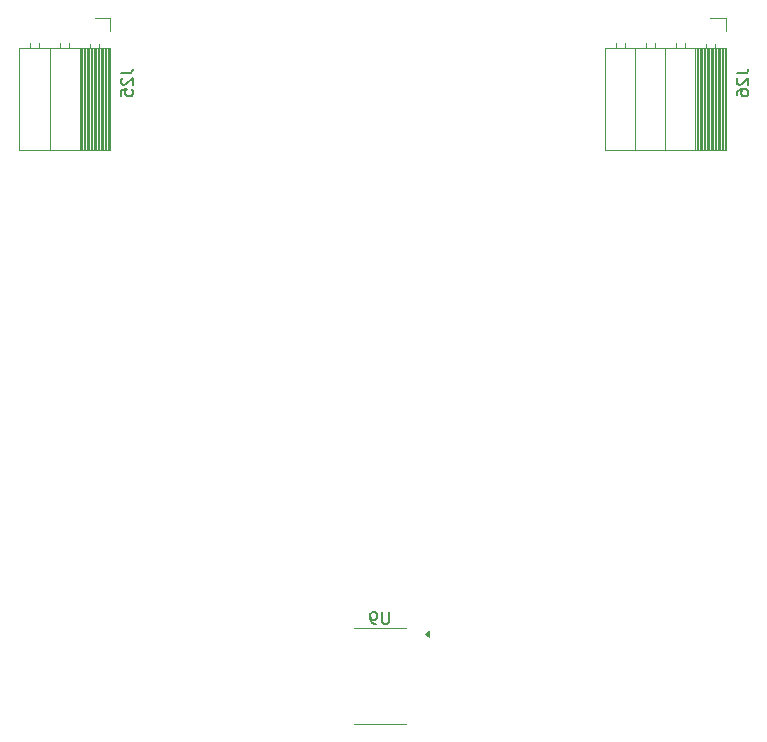
<source format=gbr>
%TF.GenerationSoftware,KiCad,Pcbnew,8.0.5*%
%TF.CreationDate,2024-10-30T17:58:27+01:00*%
%TF.ProjectId,Controller-BMU-Kombi,436f6e74-726f-46c6-9c65-722d424d552d,rev?*%
%TF.SameCoordinates,Original*%
%TF.FileFunction,Legend,Bot*%
%TF.FilePolarity,Positive*%
%FSLAX46Y46*%
G04 Gerber Fmt 4.6, Leading zero omitted, Abs format (unit mm)*
G04 Created by KiCad (PCBNEW 8.0.5) date 2024-10-30 17:58:27*
%MOMM*%
%LPD*%
G01*
G04 APERTURE LIST*
%ADD10C,0.150000*%
%ADD11C,0.120000*%
G04 APERTURE END LIST*
D10*
X144271904Y-119064819D02*
X144271904Y-119874342D01*
X144271904Y-119874342D02*
X144224285Y-119969580D01*
X144224285Y-119969580D02*
X144176666Y-120017200D01*
X144176666Y-120017200D02*
X144081428Y-120064819D01*
X144081428Y-120064819D02*
X143890952Y-120064819D01*
X143890952Y-120064819D02*
X143795714Y-120017200D01*
X143795714Y-120017200D02*
X143748095Y-119969580D01*
X143748095Y-119969580D02*
X143700476Y-119874342D01*
X143700476Y-119874342D02*
X143700476Y-119064819D01*
X143176666Y-120064819D02*
X142986190Y-120064819D01*
X142986190Y-120064819D02*
X142890952Y-120017200D01*
X142890952Y-120017200D02*
X142843333Y-119969580D01*
X142843333Y-119969580D02*
X142748095Y-119826723D01*
X142748095Y-119826723D02*
X142700476Y-119636247D01*
X142700476Y-119636247D02*
X142700476Y-119255295D01*
X142700476Y-119255295D02*
X142748095Y-119160057D01*
X142748095Y-119160057D02*
X142795714Y-119112438D01*
X142795714Y-119112438D02*
X142890952Y-119064819D01*
X142890952Y-119064819D02*
X143081428Y-119064819D01*
X143081428Y-119064819D02*
X143176666Y-119112438D01*
X143176666Y-119112438D02*
X143224285Y-119160057D01*
X143224285Y-119160057D02*
X143271904Y-119255295D01*
X143271904Y-119255295D02*
X143271904Y-119493390D01*
X143271904Y-119493390D02*
X143224285Y-119588628D01*
X143224285Y-119588628D02*
X143176666Y-119636247D01*
X143176666Y-119636247D02*
X143081428Y-119683866D01*
X143081428Y-119683866D02*
X142890952Y-119683866D01*
X142890952Y-119683866D02*
X142795714Y-119636247D01*
X142795714Y-119636247D02*
X142748095Y-119588628D01*
X142748095Y-119588628D02*
X142700476Y-119493390D01*
X173714819Y-73420476D02*
X174429104Y-73420476D01*
X174429104Y-73420476D02*
X174571961Y-73372857D01*
X174571961Y-73372857D02*
X174667200Y-73277619D01*
X174667200Y-73277619D02*
X174714819Y-73134762D01*
X174714819Y-73134762D02*
X174714819Y-73039524D01*
X173810057Y-73849048D02*
X173762438Y-73896667D01*
X173762438Y-73896667D02*
X173714819Y-73991905D01*
X173714819Y-73991905D02*
X173714819Y-74230000D01*
X173714819Y-74230000D02*
X173762438Y-74325238D01*
X173762438Y-74325238D02*
X173810057Y-74372857D01*
X173810057Y-74372857D02*
X173905295Y-74420476D01*
X173905295Y-74420476D02*
X174000533Y-74420476D01*
X174000533Y-74420476D02*
X174143390Y-74372857D01*
X174143390Y-74372857D02*
X174714819Y-73801429D01*
X174714819Y-73801429D02*
X174714819Y-74420476D01*
X173714819Y-75277619D02*
X173714819Y-75087143D01*
X173714819Y-75087143D02*
X173762438Y-74991905D01*
X173762438Y-74991905D02*
X173810057Y-74944286D01*
X173810057Y-74944286D02*
X173952914Y-74849048D01*
X173952914Y-74849048D02*
X174143390Y-74801429D01*
X174143390Y-74801429D02*
X174524342Y-74801429D01*
X174524342Y-74801429D02*
X174619580Y-74849048D01*
X174619580Y-74849048D02*
X174667200Y-74896667D01*
X174667200Y-74896667D02*
X174714819Y-74991905D01*
X174714819Y-74991905D02*
X174714819Y-75182381D01*
X174714819Y-75182381D02*
X174667200Y-75277619D01*
X174667200Y-75277619D02*
X174619580Y-75325238D01*
X174619580Y-75325238D02*
X174524342Y-75372857D01*
X174524342Y-75372857D02*
X174286247Y-75372857D01*
X174286247Y-75372857D02*
X174191009Y-75325238D01*
X174191009Y-75325238D02*
X174143390Y-75277619D01*
X174143390Y-75277619D02*
X174095771Y-75182381D01*
X174095771Y-75182381D02*
X174095771Y-74991905D01*
X174095771Y-74991905D02*
X174143390Y-74896667D01*
X174143390Y-74896667D02*
X174191009Y-74849048D01*
X174191009Y-74849048D02*
X174286247Y-74801429D01*
X121589819Y-73420476D02*
X122304104Y-73420476D01*
X122304104Y-73420476D02*
X122446961Y-73372857D01*
X122446961Y-73372857D02*
X122542200Y-73277619D01*
X122542200Y-73277619D02*
X122589819Y-73134762D01*
X122589819Y-73134762D02*
X122589819Y-73039524D01*
X121685057Y-73849048D02*
X121637438Y-73896667D01*
X121637438Y-73896667D02*
X121589819Y-73991905D01*
X121589819Y-73991905D02*
X121589819Y-74230000D01*
X121589819Y-74230000D02*
X121637438Y-74325238D01*
X121637438Y-74325238D02*
X121685057Y-74372857D01*
X121685057Y-74372857D02*
X121780295Y-74420476D01*
X121780295Y-74420476D02*
X121875533Y-74420476D01*
X121875533Y-74420476D02*
X122018390Y-74372857D01*
X122018390Y-74372857D02*
X122589819Y-73801429D01*
X122589819Y-73801429D02*
X122589819Y-74420476D01*
X121589819Y-75325238D02*
X121589819Y-74849048D01*
X121589819Y-74849048D02*
X122066009Y-74801429D01*
X122066009Y-74801429D02*
X122018390Y-74849048D01*
X122018390Y-74849048D02*
X121970771Y-74944286D01*
X121970771Y-74944286D02*
X121970771Y-75182381D01*
X121970771Y-75182381D02*
X122018390Y-75277619D01*
X122018390Y-75277619D02*
X122066009Y-75325238D01*
X122066009Y-75325238D02*
X122161247Y-75372857D01*
X122161247Y-75372857D02*
X122399342Y-75372857D01*
X122399342Y-75372857D02*
X122494580Y-75325238D01*
X122494580Y-75325238D02*
X122542200Y-75277619D01*
X122542200Y-75277619D02*
X122589819Y-75182381D01*
X122589819Y-75182381D02*
X122589819Y-74944286D01*
X122589819Y-74944286D02*
X122542200Y-74849048D01*
X122542200Y-74849048D02*
X122494580Y-74801429D01*
D11*
%TO.C,U9*%
X145710000Y-120425000D02*
X143510000Y-120425000D01*
X141310000Y-120425000D02*
X143510000Y-120425000D01*
X145710000Y-128495000D02*
X143510000Y-128495000D01*
X141310000Y-128495000D02*
X143510000Y-128495000D01*
X147700000Y-121125000D02*
X147370000Y-120885000D01*
X147700000Y-120645000D01*
X147700000Y-121125000D01*
G36*
X147700000Y-121125000D02*
G01*
X147370000Y-120885000D01*
X147700000Y-120645000D01*
X147700000Y-121125000D01*
G37*
%TO.C,J26*%
X162540000Y-79940000D02*
X172820000Y-79940000D01*
X172820000Y-71310000D02*
X172820000Y-79940000D01*
X172700000Y-71310000D02*
X172700000Y-79940000D01*
X172581905Y-71310000D02*
X172581905Y-79940000D01*
X172463810Y-71310000D02*
X172463810Y-79940000D01*
X172345715Y-71310000D02*
X172345715Y-79940000D01*
X172227620Y-71310000D02*
X172227620Y-79940000D01*
X172109525Y-71310000D02*
X172109525Y-79940000D01*
X171991430Y-71310000D02*
X171991430Y-79940000D01*
X171873335Y-71310000D02*
X171873335Y-79940000D01*
X171755240Y-71310000D02*
X171755240Y-79940000D01*
X171637145Y-71310000D02*
X171637145Y-79940000D01*
X171519050Y-71310000D02*
X171519050Y-79940000D01*
X171400955Y-71310000D02*
X171400955Y-79940000D01*
X171282860Y-71310000D02*
X171282860Y-79940000D01*
X171164765Y-71310000D02*
X171164765Y-79940000D01*
X171046670Y-71310000D02*
X171046670Y-79940000D01*
X170928575Y-71310000D02*
X170928575Y-79940000D01*
X170810480Y-71310000D02*
X170810480Y-79940000D01*
X170692385Y-71310000D02*
X170692385Y-79940000D01*
X170574290Y-71310000D02*
X170574290Y-79940000D01*
X170456195Y-71310000D02*
X170456195Y-79940000D01*
X170338100Y-71310000D02*
X170338100Y-79940000D01*
X170220000Y-71310000D02*
X170220000Y-79940000D01*
X167680000Y-71310000D02*
X167680000Y-79940000D01*
X165140000Y-71310000D02*
X165140000Y-79940000D01*
X162540000Y-71310000D02*
X162540000Y-79940000D01*
X162540000Y-71310000D02*
X172820000Y-71310000D01*
X171850000Y-70960000D02*
X171850000Y-71310000D01*
X171130000Y-70960000D02*
X171130000Y-71310000D01*
X169310000Y-70900000D02*
X169310000Y-71310000D01*
X168590000Y-70900000D02*
X168590000Y-71310000D01*
X166770000Y-70900000D02*
X166770000Y-71310000D01*
X166050000Y-70900000D02*
X166050000Y-71310000D01*
X164230000Y-70900000D02*
X164230000Y-71310000D01*
X163510000Y-70900000D02*
X163510000Y-71310000D01*
X172820000Y-68740000D02*
X172820000Y-69850000D01*
X171490000Y-68740000D02*
X172820000Y-68740000D01*
%TO.C,J25*%
X112955000Y-71310000D02*
X112955000Y-79940000D01*
X113925000Y-70900000D02*
X113925000Y-71310000D01*
X114645000Y-70900000D02*
X114645000Y-71310000D01*
X115555000Y-71310000D02*
X115555000Y-79940000D01*
X116465000Y-70900000D02*
X116465000Y-71310000D01*
X117185000Y-70900000D02*
X117185000Y-71310000D01*
X118095000Y-71310000D02*
X118095000Y-79940000D01*
X118213100Y-71310000D02*
X118213100Y-79940000D01*
X118331195Y-71310000D02*
X118331195Y-79940000D01*
X118449290Y-71310000D02*
X118449290Y-79940000D01*
X118567385Y-71310000D02*
X118567385Y-79940000D01*
X118685480Y-71310000D02*
X118685480Y-79940000D01*
X118803575Y-71310000D02*
X118803575Y-79940000D01*
X118921670Y-71310000D02*
X118921670Y-79940000D01*
X119005000Y-70960000D02*
X119005000Y-71310000D01*
X119039765Y-71310000D02*
X119039765Y-79940000D01*
X119157860Y-71310000D02*
X119157860Y-79940000D01*
X119275955Y-71310000D02*
X119275955Y-79940000D01*
X119394050Y-71310000D02*
X119394050Y-79940000D01*
X119512145Y-71310000D02*
X119512145Y-79940000D01*
X119630240Y-71310000D02*
X119630240Y-79940000D01*
X119725000Y-70960000D02*
X119725000Y-71310000D01*
X119748335Y-71310000D02*
X119748335Y-79940000D01*
X119866430Y-71310000D02*
X119866430Y-79940000D01*
X119984525Y-71310000D02*
X119984525Y-79940000D01*
X120102620Y-71310000D02*
X120102620Y-79940000D01*
X120220715Y-71310000D02*
X120220715Y-79940000D01*
X120338810Y-71310000D02*
X120338810Y-79940000D01*
X120456905Y-71310000D02*
X120456905Y-79940000D01*
X120575000Y-71310000D02*
X120575000Y-79940000D01*
X112955000Y-79940000D02*
X120695000Y-79940000D01*
X120695000Y-71310000D02*
X120695000Y-79940000D01*
X112955000Y-71310000D02*
X120695000Y-71310000D01*
X120695000Y-68740000D02*
X120695000Y-69850000D01*
X119365000Y-68740000D02*
X120695000Y-68740000D01*
%TD*%
M02*

</source>
